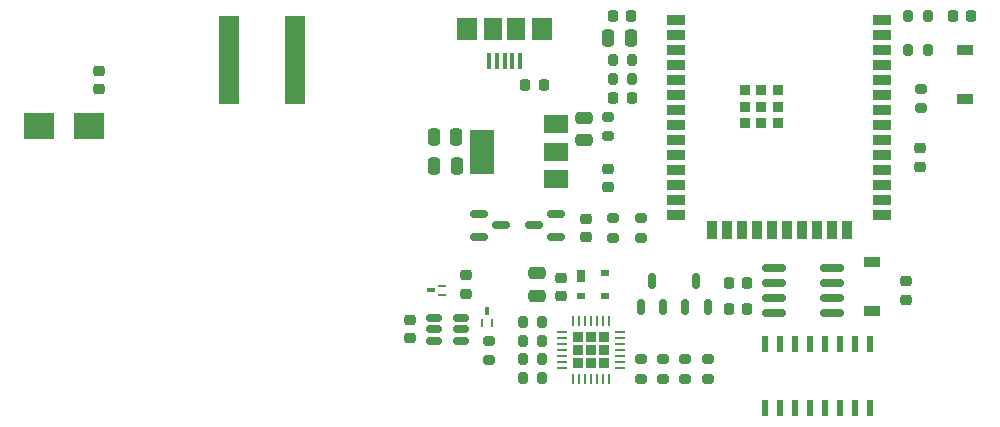
<source format=gtp>
G04 #@! TF.GenerationSoftware,KiCad,Pcbnew,(6.0.11-0)*
G04 #@! TF.CreationDate,2023-06-01T20:29:28-06:00*
G04 #@! TF.ProjectId,Smart Smoker PCB,536d6172-7420-4536-9d6f-6b6572205043,rev?*
G04 #@! TF.SameCoordinates,Original*
G04 #@! TF.FileFunction,Paste,Top*
G04 #@! TF.FilePolarity,Positive*
%FSLAX46Y46*%
G04 Gerber Fmt 4.6, Leading zero omitted, Abs format (unit mm)*
G04 Created by KiCad (PCBNEW (6.0.11-0)) date 2023-06-01 20:29:28*
%MOMM*%
%LPD*%
G01*
G04 APERTURE LIST*
G04 Aperture macros list*
%AMRoundRect*
0 Rectangle with rounded corners*
0 $1 Rounding radius*
0 $2 $3 $4 $5 $6 $7 $8 $9 X,Y pos of 4 corners*
0 Add a 4 corners polygon primitive as box body*
4,1,4,$2,$3,$4,$5,$6,$7,$8,$9,$2,$3,0*
0 Add four circle primitives for the rounded corners*
1,1,$1+$1,$2,$3*
1,1,$1+$1,$4,$5*
1,1,$1+$1,$6,$7*
1,1,$1+$1,$8,$9*
0 Add four rect primitives between the rounded corners*
20,1,$1+$1,$2,$3,$4,$5,0*
20,1,$1+$1,$4,$5,$6,$7,0*
20,1,$1+$1,$6,$7,$8,$9,0*
20,1,$1+$1,$8,$9,$2,$3,0*%
G04 Aperture macros list end*
%ADD10RoundRect,0.250000X-0.250000X-0.475000X0.250000X-0.475000X0.250000X0.475000X-0.250000X0.475000X0*%
%ADD11RoundRect,0.218750X0.256250X-0.218750X0.256250X0.218750X-0.256250X0.218750X-0.256250X-0.218750X0*%
%ADD12R,1.400000X0.950000*%
%ADD13RoundRect,0.150000X-0.825000X-0.150000X0.825000X-0.150000X0.825000X0.150000X-0.825000X0.150000X0*%
%ADD14RoundRect,0.218750X-0.218750X-0.256250X0.218750X-0.256250X0.218750X0.256250X-0.218750X0.256250X0*%
%ADD15RoundRect,0.225000X0.225000X0.250000X-0.225000X0.250000X-0.225000X-0.250000X0.225000X-0.250000X0*%
%ADD16R,1.498600X0.889000*%
%ADD17R,0.889000X1.498600*%
%ADD18R,0.889000X0.889000*%
%ADD19RoundRect,0.225000X-0.225000X0.225000X-0.225000X-0.225000X0.225000X-0.225000X0.225000X0.225000X0*%
%ADD20RoundRect,0.062500X-0.062500X0.337500X-0.062500X-0.337500X0.062500X-0.337500X0.062500X0.337500X0*%
%ADD21RoundRect,0.062500X-0.337500X0.062500X-0.337500X-0.062500X0.337500X-0.062500X0.337500X0.062500X0*%
%ADD22RoundRect,0.200000X0.275000X-0.200000X0.275000X0.200000X-0.275000X0.200000X-0.275000X-0.200000X0*%
%ADD23RoundRect,0.250000X-0.475000X0.250000X-0.475000X-0.250000X0.475000X-0.250000X0.475000X0.250000X0*%
%ADD24RoundRect,0.225000X-0.250000X0.225000X-0.250000X-0.225000X0.250000X-0.225000X0.250000X0.225000X0*%
%ADD25RoundRect,0.200000X-0.200000X-0.275000X0.200000X-0.275000X0.200000X0.275000X-0.200000X0.275000X0*%
%ADD26RoundRect,0.225000X0.250000X-0.225000X0.250000X0.225000X-0.250000X0.225000X-0.250000X-0.225000X0*%
%ADD27RoundRect,0.150000X-0.512500X-0.150000X0.512500X-0.150000X0.512500X0.150000X-0.512500X0.150000X0*%
%ADD28RoundRect,0.225000X-0.225000X-0.250000X0.225000X-0.250000X0.225000X0.250000X-0.225000X0.250000X0*%
%ADD29RoundRect,0.200000X-0.275000X0.200000X-0.275000X-0.200000X0.275000X-0.200000X0.275000X0.200000X0*%
%ADD30RoundRect,0.250000X0.250000X0.475000X-0.250000X0.475000X-0.250000X-0.475000X0.250000X-0.475000X0*%
%ADD31R,0.400000X1.350000*%
%ADD32R,1.500000X1.900000*%
%ADD33R,1.800000X1.900000*%
%ADD34R,0.279400X0.660400*%
%ADD35R,0.381000X0.660400*%
%ADD36R,2.500000X2.300000*%
%ADD37RoundRect,0.150000X0.150000X-0.512500X0.150000X0.512500X-0.150000X0.512500X-0.150000X-0.512500X0*%
%ADD38RoundRect,0.200000X0.200000X0.275000X-0.200000X0.275000X-0.200000X-0.275000X0.200000X-0.275000X0*%
%ADD39R,2.000000X1.500000*%
%ADD40R,2.000000X3.800000*%
%ADD41R,0.700000X1.000000*%
%ADD42R,0.700000X0.600000*%
%ADD43R,1.800000X7.500000*%
%ADD44RoundRect,0.150000X0.587500X0.150000X-0.587500X0.150000X-0.587500X-0.150000X0.587500X-0.150000X0*%
%ADD45RoundRect,0.150000X-0.587500X-0.150000X0.587500X-0.150000X0.587500X0.150000X-0.587500X0.150000X0*%
%ADD46R,0.660400X0.279400*%
%ADD47R,0.660400X0.381000*%
%ADD48R,0.558800X1.460500*%
G04 APERTURE END LIST*
D10*
X150550000Y-102865000D03*
X152450000Y-102865000D03*
D11*
X150500000Y-115537500D03*
X150500000Y-113962500D03*
D12*
X172860000Y-126012500D03*
X172860000Y-121862500D03*
D13*
X164525000Y-122345000D03*
X164525000Y-123615000D03*
X164525000Y-124885000D03*
X164525000Y-126155000D03*
X169475000Y-126155000D03*
X169475000Y-124885000D03*
X169475000Y-123615000D03*
X169475000Y-122345000D03*
D14*
X150932500Y-108000000D03*
X152507500Y-108000000D03*
D15*
X162275000Y-125800000D03*
X160725000Y-125800000D03*
D16*
X156250000Y-101374394D03*
X156250000Y-102644394D03*
X156250000Y-103914394D03*
X156250000Y-105184394D03*
X156250000Y-106454394D03*
X156250000Y-107724394D03*
X156250000Y-108994394D03*
X156250000Y-110264394D03*
X156250000Y-111534394D03*
X156250000Y-112804394D03*
X156250000Y-114074394D03*
X156250000Y-115344394D03*
X156250000Y-116614394D03*
X156250000Y-117884394D03*
D17*
X159285000Y-119134836D03*
X160555000Y-119134836D03*
X161825000Y-119134836D03*
X163095000Y-119134836D03*
X164365000Y-119134836D03*
X165635000Y-119134836D03*
X166905000Y-119134836D03*
X168175000Y-119134836D03*
X169445000Y-119134836D03*
X170715000Y-119134836D03*
D16*
X173750000Y-117884394D03*
X173750000Y-116614394D03*
X173750000Y-115344394D03*
X173750000Y-114074394D03*
X173750000Y-112804394D03*
X173750000Y-111534394D03*
X173750000Y-110264394D03*
X173750000Y-108994394D03*
X173750000Y-107724394D03*
X173750000Y-106454394D03*
X173750000Y-105184394D03*
X173750000Y-103914394D03*
X173750000Y-102644394D03*
X173750000Y-101374394D03*
D18*
X162095711Y-107314257D03*
X163495710Y-107314257D03*
X164895710Y-107314257D03*
X162095711Y-108714257D03*
X163495710Y-108714257D03*
X164895710Y-108714257D03*
X162095764Y-110114255D03*
X163495812Y-110114255D03*
X164895860Y-110114255D03*
D19*
X147946664Y-128185000D03*
X149066664Y-130425000D03*
X147946664Y-130425000D03*
X147946664Y-129305000D03*
X149066664Y-128185000D03*
X150186664Y-129305000D03*
X149066664Y-129305000D03*
X150186664Y-128185000D03*
X150186664Y-130425000D03*
D20*
X150566664Y-126855000D03*
X150066664Y-126855000D03*
X149566664Y-126855000D03*
X149066664Y-126855000D03*
X148566664Y-126855000D03*
X148066664Y-126855000D03*
X147566664Y-126855000D03*
D21*
X146616664Y-127805000D03*
X146616664Y-128305000D03*
X146616664Y-128805000D03*
X146616664Y-129305000D03*
X146616664Y-129805000D03*
X146616664Y-130305000D03*
X146616664Y-130805000D03*
D20*
X147566664Y-131755000D03*
X148066664Y-131755000D03*
X148566664Y-131755000D03*
X149066664Y-131755000D03*
X149566664Y-131755000D03*
X150066664Y-131755000D03*
X150566664Y-131755000D03*
D21*
X151516664Y-130805000D03*
X151516664Y-130305000D03*
X151516664Y-129805000D03*
X151516664Y-129305000D03*
X151516664Y-128805000D03*
X151516664Y-128305000D03*
X151516664Y-127805000D03*
D22*
X150964996Y-119795000D03*
X150964996Y-118145000D03*
D23*
X144500000Y-122800000D03*
X144500000Y-124700000D03*
D24*
X133750000Y-126770000D03*
X133750000Y-128320000D03*
D25*
X143294998Y-131675000D03*
X144944998Y-131675000D03*
D26*
X107400000Y-107200000D03*
X107400000Y-105650000D03*
D27*
X135759166Y-126595000D03*
X135759166Y-127545000D03*
X135759166Y-128495000D03*
X138034166Y-128495000D03*
X138034166Y-127545000D03*
X138034166Y-126595000D03*
D28*
X160725000Y-123600000D03*
X162275000Y-123600000D03*
D25*
X143294998Y-126935000D03*
X144944998Y-126935000D03*
X175925000Y-101000000D03*
X177575000Y-101000000D03*
D29*
X153263330Y-118145000D03*
X153263330Y-119795000D03*
X153263330Y-130100000D03*
X153263330Y-131750000D03*
D23*
X148500000Y-109650000D03*
X148500000Y-111550000D03*
D26*
X175750000Y-125025000D03*
X175750000Y-123475000D03*
D30*
X137700000Y-113750000D03*
X135800000Y-113750000D03*
D31*
X143050000Y-104825000D03*
X142400000Y-104825000D03*
X141750000Y-104825000D03*
X141100000Y-104825000D03*
X140450000Y-104825000D03*
D32*
X142750000Y-102150000D03*
X140750000Y-102150000D03*
D33*
X144950000Y-102150000D03*
X138550000Y-102150000D03*
D28*
X143500000Y-106900000D03*
X145050000Y-106900000D03*
D34*
X139849950Y-126995300D03*
X140650050Y-126995300D03*
D35*
X140250000Y-126004700D03*
D24*
X148666664Y-118195000D03*
X148666664Y-119745000D03*
D36*
X102300000Y-110300000D03*
X106600000Y-110300000D03*
D37*
X157050000Y-125687500D03*
X158950000Y-125687500D03*
X158000000Y-123412500D03*
D38*
X144944998Y-130095000D03*
X143294998Y-130095000D03*
D30*
X137677500Y-111250000D03*
X135777500Y-111250000D03*
D12*
X180720000Y-108075000D03*
X180720000Y-103925000D03*
D25*
X175925000Y-103930000D03*
X177575000Y-103930000D03*
D28*
X150945000Y-101000000D03*
X152495000Y-101000000D03*
D24*
X146565000Y-123195000D03*
X146565000Y-124745000D03*
D29*
X140422100Y-128500000D03*
X140422100Y-130150000D03*
D38*
X152545000Y-104730000D03*
X150895000Y-104730000D03*
D29*
X158970000Y-130100000D03*
X158970000Y-131750000D03*
D39*
X146127500Y-114800000D03*
D40*
X139827500Y-112500000D03*
D39*
X146127500Y-112500000D03*
X146127500Y-110200000D03*
D41*
X148250000Y-123000000D03*
D42*
X148250000Y-124700000D03*
X150250000Y-124700000D03*
X150250000Y-122800000D03*
D24*
X138500000Y-122975000D03*
X138500000Y-124525000D03*
D43*
X124000000Y-104750000D03*
X118400000Y-104750000D03*
D11*
X176937500Y-113787500D03*
X176937500Y-112212500D03*
D25*
X150895000Y-106345000D03*
X152545000Y-106345000D03*
D22*
X155150000Y-131750000D03*
X155150000Y-130100000D03*
X157067776Y-131750000D03*
X157067776Y-130100000D03*
D29*
X150500000Y-109555000D03*
X150500000Y-111205000D03*
D44*
X146115832Y-119700000D03*
X146115832Y-117800000D03*
X144240832Y-118750000D03*
D29*
X176977500Y-107175000D03*
X176977500Y-108825000D03*
D45*
X139562500Y-117800000D03*
X139562500Y-119700000D03*
X141437500Y-118750000D03*
D37*
X153283330Y-125687500D03*
X155183330Y-125687500D03*
X154233330Y-123412500D03*
D25*
X143294998Y-128515000D03*
X144944998Y-128515000D03*
D46*
X136472666Y-124650050D03*
X136472666Y-123849950D03*
D47*
X135482066Y-124250000D03*
D28*
X179725000Y-101000000D03*
X181275000Y-101000000D03*
D48*
X172695000Y-128775850D03*
X171425000Y-128775850D03*
X170155000Y-128775850D03*
X168885000Y-128775850D03*
X167615000Y-128775850D03*
X166345000Y-128775850D03*
X165075000Y-128775850D03*
X163805000Y-128775850D03*
X163805000Y-134224150D03*
X165075000Y-134224150D03*
X166345000Y-134224150D03*
X167615000Y-134224150D03*
X168885000Y-134224150D03*
X170155000Y-134224150D03*
X171425000Y-134224150D03*
X172695000Y-134224150D03*
M02*

</source>
